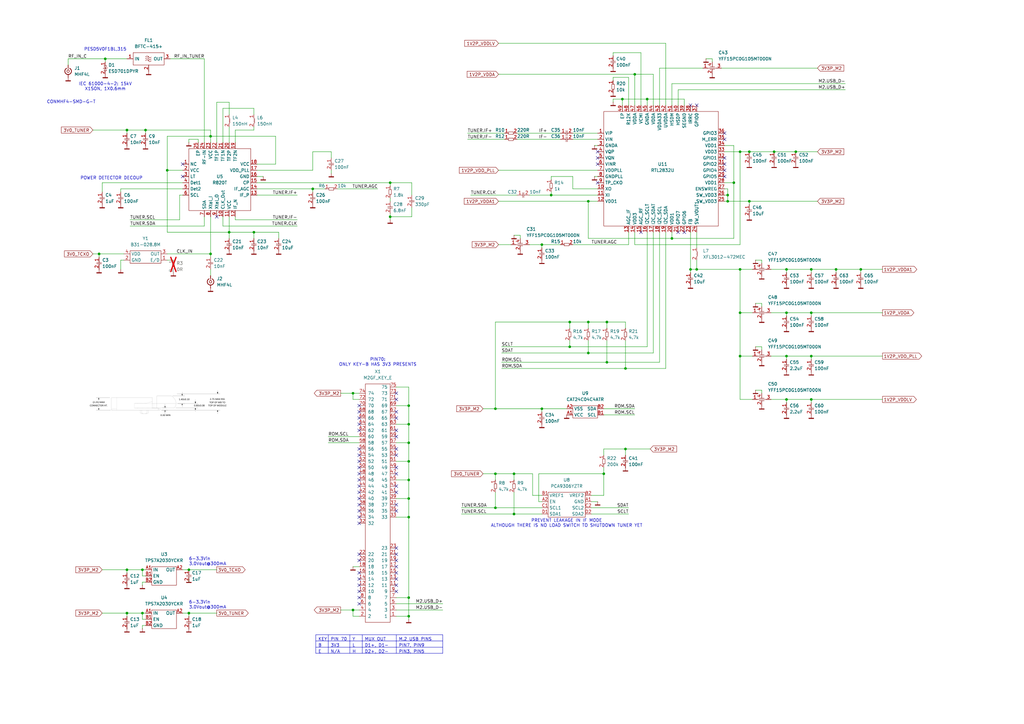
<source format=kicad_sch>
(kicad_sch (version 20250114) (generator "eeschema") (generator_version "9.0")
  (paper "A3")
  (text "6-3.3Vin\n3.0Vout@300mA" (at 77.47 246.38 0) (effects (font (size 1.27 1.27)) (justify left top)))
  (text "PREVENT LEAKAGE IN IF MODE\nALTHOUGH THERE IS NO LOAD SWITCH TO SHUTDOWN TUNER YET" (at 232.41 214.63 0) (effects (font (size 1.27 1.27))))
  (text "6-3.3Vin\n3.0Vout@300mA" (at 77.47 228.6 0) (effects (font (size 1.27 1.27)) (justify left top)))
  (text "IEC 61000-4-2: 15kV\nX1SON, 1X0.6mm" (at 43.18 35.56 0) (effects (font (size 1.27 1.27))))
  (text "PESD5V0F1BL,315" (at 43.18 20.32 0) (effects (font (size 1.27 1.27))))
  (text "PIN70:\nONLY KEY-B HAS 3V3 PRESENTS" (at 154.94 148.59 0) (effects (font (size 1.27 1.27))))
  (text "POWER DETECTOR DECOUP" (at 45.72 72.39 0) (effects (font (size 1.27 1.27)) (justify top)))
  (text "CONMHF4-SMD-G-T\n" (at 29.21 41.91 0) (effects (font (size 1.27 1.27))))
  (junction (at 160.02 74.93))
  (junction (at 241.3 144.78))
  (junction (at 210.82 210.82))
  (junction (at 248.92 148.59))
  (junction (at 300.99 74.93))
  (junction (at 167.64 204.47))
  (junction (at 203.2 208.28))
  (junction (at 93.98 95.25))
  (junction (at 52.07 233.68))
  (junction (at 322.58 163.83))
  (junction (at 68.58 69.85))
  (junction (at 332.74 163.83))
  (junction (at 167.64 173.99))
  (junction (at 248.92 132.08))
  (junction (at 167.64 166.37))
  (junction (at 233.68 142.24))
  (junction (at 222.25 167.64))
  (junction (at 322.58 128.27))
  (junction (at 322.58 110.49))
  (junction (at 203.2 194.31))
  (junction (at 222.25 100.33))
  (junction (at 241.3 132.08))
  (junction (at 303.53 110.49))
  (junction (at 52.07 251.46))
  (junction (at 226.06 80.01))
  (junction (at 144.78 250.19))
  (junction (at 52.07 53.34))
  (junction (at 233.68 132.08))
  (junction (at 210.82 194.31))
  (junction (at 167.64 181.61))
  (junction (at 160.02 88.9))
  (junction (at 298.45 80.01))
  (junction (at 167.64 196.85))
  (junction (at 77.47 251.46))
  (junction (at 43.18 24.13))
  (junction (at 77.47 233.68))
  (junction (at 86.36 104.14))
  (junction (at 40.64 104.14))
  (junction (at 332.74 146.05))
  (junction (at 298.45 82.55))
  (junction (at 247.65 194.31))
  (junction (at 58.42 233.68))
  (junction (at 86.36 55.88))
  (junction (at 167.64 189.23))
  (junction (at 332.74 128.27))
  (junction (at 203.2 167.64))
  (junction (at 167.64 245.11))
  (junction (at 303.53 128.27))
  (junction (at 332.74 110.49))
  (junction (at 285.75 110.49))
  (junction (at 104.14 95.25))
  (junction (at 167.64 252.73))
  (junction (at 342.9 110.49))
  (junction (at 307.34 82.55))
  (junction (at 322.58 146.05))
  (junction (at 256.54 184.15))
  (junction (at 283.21 110.49))
  (junction (at 167.64 212.09))
  (junction (at 260.35 30.48))
  (junction (at 265.43 40.64))
  (junction (at 128.27 77.47))
  (junction (at 59.69 53.34))
  (junction (at 58.42 251.46))
  (junction (at 255.27 40.64))
  (junction (at 275.59 97.79))
  (junction (at 303.53 146.05))
  (junction (at 307.34 62.23))
  (junction (at 317.5 62.23))
  (junction (at 353.06 110.49))
  (junction (at 256.54 151.13))
  (junction (at 303.53 62.23))
  (junction (at 326.39 62.23))
  (junction (at 144.78 161.29))
  (junction (at 241.3 82.55))
  (no_connect (at 162.56 163.83))
  (no_connect (at 245.11 64.77))
  (no_connect (at 162.56 161.29))
  (no_connect (at 147.32 186.69))
  (no_connect (at 147.32 199.39))
  (no_connect (at 285.75 43.18))
  (no_connect (at 162.56 227.33))
  (no_connect (at 88.9 88.9))
  (no_connect (at 147.32 234.95))
  (no_connect (at 162.56 168.91))
  (no_connect (at 297.18 69.85))
  (no_connect (at 147.32 229.87))
  (no_connect (at 147.32 237.49))
  (no_connect (at 280.67 95.25))
  (no_connect (at 162.56 199.39))
  (no_connect (at 162.56 229.87))
  (no_connect (at 162.56 184.15))
  (no_connect (at 162.56 207.01))
  (no_connect (at 74.93 67.31))
  (no_connect (at 147.32 196.85))
  (no_connect (at 147.32 171.45))
  (no_connect (at 74.93 72.39))
  (no_connect (at 283.21 43.18))
  (no_connect (at 162.56 171.45))
  (no_connect (at 147.32 212.09))
  (no_connect (at 162.56 186.69))
  (no_connect (at 162.56 176.53))
  (no_connect (at 162.56 209.55))
  (no_connect (at 245.11 74.93))
  (no_connect (at 162.56 234.95))
  (no_connect (at 162.56 240.03))
  (no_connect (at 147.32 168.91))
  (no_connect (at 162.56 224.79))
  (no_connect (at 147.32 184.15))
  (no_connect (at 162.56 191.77))
  (no_connect (at 147.32 189.23))
  (no_connect (at 297.18 67.31))
  (no_connect (at 262.89 95.25))
  (no_connect (at 147.32 242.57))
  (no_connect (at 162.56 201.93))
  (no_connect (at 162.56 242.57))
  (no_connect (at 147.32 209.55))
  (no_connect (at 147.32 166.37))
  (no_connect (at 297.18 72.39))
  (no_connect (at 147.32 173.99))
  (no_connect (at 297.18 57.15))
  (no_connect (at 147.32 214.63))
  (no_connect (at 278.13 95.25))
  (no_connect (at 162.56 194.31))
  (no_connect (at 245.11 67.31))
  (no_connect (at 147.32 245.11))
  (no_connect (at 147.32 176.53))
  (no_connect (at 147.32 201.93))
  (no_connect (at 147.32 227.33))
  (no_connect (at 147.32 204.47))
  (no_connect (at 297.18 54.61))
  (no_connect (at 147.32 207.01))
  (no_connect (at 162.56 179.07))
  (no_connect (at 147.32 240.03))
  (no_connect (at 162.56 232.41))
  (no_connect (at 147.32 247.65))
  (no_connect (at 245.11 62.23))
  (no_connect (at 162.56 237.49))
  (no_connect (at 147.32 191.77))
  (no_connect (at 297.18 64.77))
  (no_connect (at 147.32 194.31))
  (wire (pts (xy 144.78 250.19) (xy 147.32 250.19)))
  (wire (pts (xy 233.68 139.7) (xy 233.68 142.24)))
  (wire (pts (xy 144.78 161.29) (xy 144.78 163.83)))
  (wire (pts (xy 193.04 80.01) (xy 212.09 80.01)))
  (wire (pts (xy 58.42 240.03) (xy 58.42 238.76)))
  (wire (pts (xy 212.09 54.61) (xy 229.87 54.61)))
  (wire (pts (xy 59.69 236.22) (xy 58.42 236.22)))
  (wire (pts (xy 288.29 27.94) (xy 270.51 27.94)))
  (wire (pts (xy 58.42 254) (xy 58.42 251.46)))
  (wire (pts (xy 255.27 40.64) (xy 255.27 43.18)))
  (wire (pts (xy 52.07 252.73) (xy 52.07 251.46)))
  (wire (pts (xy 280.67 40.64) (xy 265.43 40.64)))
  (wire (pts (xy 267.97 30.48) (xy 260.35 30.48)))
  (wire (pts (xy 262.89 43.18) (xy 262.89 21.59)))
  (wire (pts (xy 128.27 62.23) (xy 135.89 62.23)))
  (wire (pts (xy 332.74 111.76) (xy 332.74 110.49)))
  (wire (pts (xy 300.99 59.69) (xy 300.99 74.93)))
  (wire (pts (xy 139.7 250.19) (xy 144.78 250.19)))
  (wire (pts (xy 162.56 181.61) (xy 167.64 181.61)))
  (wire (pts (xy 220.98 205.74) (xy 220.98 194.31)))
  (wire (pts (xy 162.56 245.11) (xy 167.64 245.11)))
  (wire (pts (xy 322.58 128.27) (xy 332.74 128.27)))
  (wire (pts (xy 104.14 95.25) (xy 114.3 95.25)))
  (wire (pts (xy 191.77 57.15) (xy 207.01 57.15)))
  (wire (pts (xy 295.91 27.94) (xy 335.28 27.94)))
  (wire (pts (xy 162.56 204.47) (xy 167.64 204.47)))
  (wire (pts (xy 332.74 128.27) (xy 361.95 128.27)))
  (wire (pts (xy 326.39 62.23) (xy 335.28 62.23)))
  (wire (pts (xy 77.47 252.73) (xy 77.47 251.46)))
  (wire (pts (xy 168.91 74.93) (xy 160.02 74.93)))
  (wire (pts (xy 248.92 134.62) (xy 248.92 132.08)))
  (wire (pts (xy 316.23 128.27) (xy 322.58 128.27)))
  (wire (pts (xy 317.5 62.23) (xy 326.39 62.23)))
  (wire (pts (xy 71.12 106.68) (xy 68.58 106.68)))
  (wire (pts (xy 41.91 74.93) (xy 41.91 78.74)))
  (wire (pts (xy 58.42 256.54) (xy 59.69 256.54)))
  (wire (pts (xy 283.21 95.25) (xy 283.21 110.49)))
  (wire (pts (xy 285.75 110.49) (xy 285.75 106.68)))
  (wire (pts (xy 160.02 76.2) (xy 160.02 74.93)))
  (wire (pts (xy 128.27 69.85) (xy 128.27 62.23)))
  (wire (pts (xy 205.74 142.24) (xy 233.68 142.24)))
  (wire (pts (xy 96.52 58.42) (xy 96.52 53.34)))
  (wire (pts (xy 189.23 208.28) (xy 203.2 208.28)))
  (wire (pts (xy 203.2 194.31) (xy 203.2 196.85)))
  (wire (pts (xy 204.47 17.78) (xy 273.05 17.78)))
  (wire (pts (xy 222.25 203.2) (xy 218.44 203.2)))
  (wire (pts (xy 41.91 251.46) (xy 52.07 251.46)))
  (wire (pts (xy 260.35 100.33) (xy 303.53 100.33)))
  (wire (pts (xy 242.57 203.2) (xy 247.65 203.2)))
  (wire (pts (xy 332.74 165.1) (xy 332.74 163.83)))
  (wire (pts (xy 217.17 80.01) (xy 226.06 80.01)))
  (wire (pts (xy 49.53 77.47) (xy 74.93 77.47)))
  (wire (pts (xy 312.42 106.68) (xy 312.42 107.95)))
  (wire (pts (xy 93.98 52.07) (xy 93.98 58.42)))
  (wire (pts (xy 167.64 204.47) (xy 167.64 212.09)))
  (wire (pts (xy 43.18 24.13) (xy 52.07 24.13)))
  (wire (pts (xy 86.36 55.88) (xy 113.03 55.88)))
  (wire (pts (xy 242.57 205.74) (xy 245.11 205.74)))
  (wire (pts (xy 167.64 252.73) (xy 162.56 252.73)))
  (wire (pts (xy 257.81 210.82) (xy 242.57 210.82)))
  (wire (pts (xy 203.2 167.64) (xy 222.25 167.64)))
  (wire (pts (xy 105.41 77.47) (xy 128.27 77.47)))
  (wire (pts (xy 198.12 167.64) (xy 203.2 167.64)))
  (wire (pts (xy 167.64 245.11) (xy 167.64 252.73)))
  (wire (pts (xy 307.34 82.55) (xy 307.34 83.82)))
  (wire (pts (xy 275.59 43.18) (xy 275.59 34.29)))
  (wire (pts (xy 322.58 165.1) (xy 322.58 163.83)))
  (wire (pts (xy 234.95 72.39) (xy 234.95 77.47)))
  (wire (pts (xy 241.3 144.78) (xy 267.97 144.78)))
  (wire (pts (xy 332.74 110.49) (xy 342.9 110.49)))
  (wire (pts (xy 307.34 62.23) (xy 317.5 62.23)))
  (wire (pts (xy 247.65 203.2) (xy 247.65 194.31)))
  (wire (pts (xy 168.91 88.9) (xy 160.02 88.9)))
  (wire (pts (xy 322.58 163.83) (xy 316.23 163.83)))
  (wire (pts (xy 280.67 43.18) (xy 280.67 40.64)))
  (wire (pts (xy 167.64 173.99) (xy 167.64 181.61)))
  (wire (pts (xy 83.82 92.71) (xy 83.82 88.9)))
  (wire (pts (xy 104.14 53.34) (xy 104.14 52.07)))
  (wire (pts (xy 168.91 85.09) (xy 168.91 88.9)))
  (wire (pts (xy 168.91 80.01) (xy 168.91 74.93)))
  (wire (pts (xy 93.98 41.91) (xy 93.98 46.99)))
  (wire (pts (xy 91.44 92.71) (xy 121.92 92.71)))
  (wire (pts (xy 96.52 90.17) (xy 121.92 90.17)))
  (wire (pts (xy 58.42 251.46) (xy 59.69 251.46)))
  (wire (pts (xy 265.43 40.64) (xy 255.27 40.64)))
  (wire (pts (xy 205.74 151.13) (xy 256.54 151.13)))
  (wire (pts (xy 270.51 43.18) (xy 270.51 27.94)))
  (wire (pts (xy 226.06 72.39) (xy 226.06 73.66)))
  (wire (pts (xy 41.91 233.68) (xy 52.07 233.68)))
  (wire (pts (xy 222.25 100.33) (xy 229.87 100.33)))
  (wire (pts (xy 105.41 72.39) (xy 107.95 72.39)))
  (wire (pts (xy 205.74 148.59) (xy 248.92 148.59)))
  (wire (pts (xy 218.44 203.2) (xy 218.44 194.31)))
  (wire (pts (xy 256.54 151.13) (xy 273.05 151.13)))
  (wire (pts (xy 160.02 90.17) (xy 160.02 88.9)))
  (wire (pts (xy 262.89 21.59) (xy 251.46 21.59)))
  (wire (pts (xy 53.34 92.71) (xy 83.82 92.71)))
  (wire (pts (xy 204.47 30.48) (xy 260.35 30.48)))
  (wire (pts (xy 222.25 101.6) (xy 222.25 100.33)))
  (wire (pts (xy 74.93 251.46) (xy 77.47 251.46)))
  (wire (pts (xy 332.74 147.32) (xy 332.74 146.05)))
  (wire (pts (xy 40.64 104.14) (xy 50.8 104.14)))
  (wire (pts (xy 52.07 53.34) (xy 59.69 53.34)))
  (wire (pts (xy 162.56 196.85) (xy 167.64 196.85)))
  (wire (pts (xy 68.58 95.25) (xy 68.58 69.85)))
  (wire (pts (xy 205.74 144.78) (xy 241.3 144.78)))
  (wire (pts (xy 53.34 90.17) (xy 73.66 90.17)))
  (wire (pts (xy 81.28 57.15) (xy 81.28 58.42)))
  (wire (pts (xy 162.56 189.23) (xy 167.64 189.23)))
  (wire (pts (xy 300.99 97.79) (xy 300.99 74.93)))
  (wire (pts (xy 241.3 139.7) (xy 241.3 144.78)))
  (wire (pts (xy 308.61 163.83) (xy 303.53 163.83)))
  (wire (pts (xy 88.9 41.91) (xy 93.98 41.91)))
  (wire (pts (xy 247.65 184.15) (xy 256.54 184.15)))
  (wire (pts (xy 298.45 77.47) (xy 298.45 80.01)))
  (wire (pts (xy 222.25 205.74) (xy 220.98 205.74)))
  (wire (pts (xy 135.89 69.85) (xy 135.89 71.12)))
  (wire (pts (xy 275.59 97.79) (xy 300.99 97.79)))
  (wire (pts (xy 303.53 163.83) (xy 303.53 146.05)))
  (wire (pts (xy 303.53 110.49) (xy 308.61 110.49)))
  (wire (pts (xy 134.62 179.07) (xy 147.32 179.07)))
  (wire (pts (xy 234.95 57.15) (xy 245.11 57.15)))
  (wire (pts (xy 241.3 97.79) (xy 241.3 82.55)))
  (wire (pts (xy 273.05 95.25) (xy 273.05 151.13)))
  (wire (pts (xy 73.66 80.01) (xy 73.66 90.17)))
  (wire (pts (xy 307.34 82.55) (xy 335.28 82.55)))
  (wire (pts (xy 167.64 196.85) (xy 167.64 204.47)))
  (wire (pts (xy 312.42 142.24) (xy 312.42 143.51)))
  (wire (pts (xy 265.43 95.25) (xy 265.43 142.24)))
  (wire (pts (xy 285.75 101.6) (xy 285.75 95.25)))
  (wire (pts (xy 241.3 132.08) (xy 248.92 132.08)))
  (wire (pts (xy 248.92 148.59) (xy 270.51 148.59)))
  (wire (pts (xy 203.2 201.93) (xy 203.2 208.28)))
  (wire (pts (xy 59.69 53.34) (xy 86.36 53.34)))
  (wire (pts (xy 105.41 67.31) (xy 113.03 67.31)))
  (wire (pts (xy 204.47 100.33) (xy 209.55 100.33)))
  (wire (pts (xy 298.45 80.01) (xy 298.45 82.55)))
  (wire (pts (xy 144.78 232.41) (xy 147.32 232.41)))
  (wire (pts (xy 256.54 139.7) (xy 256.54 151.13)))
  (wire (pts (xy 91.44 44.45) (xy 91.44 58.42)))
  (wire (pts (xy 342.9 111.76) (xy 342.9 110.49)))
  (wire (pts (xy 139.7 161.29) (xy 144.78 161.29)))
  (wire (pts (xy 243.84 59.69) (xy 245.11 59.69)))
  (wire (pts (xy 91.44 88.9) (xy 91.44 92.71)))
  (wire (pts (xy 134.62 181.61) (xy 147.32 181.61)))
  (wire (pts (xy 247.65 170.18) (xy 260.35 170.18)))
  (wire (pts (xy 283.21 111.76) (xy 283.21 110.49)))
  (wire (pts (xy 242.57 208.28) (xy 257.81 208.28)))
  (wire (pts (xy 275.59 97.79) (xy 241.3 97.79)))
  (wire (pts (xy 27.94 24.13) (xy 43.18 24.13)))
  (wire (pts (xy 257.81 31.75) (xy 257.81 43.18)))
  (wire (pts (xy 322.58 147.32) (xy 322.58 146.05)))
  (wire (pts (xy 114.3 95.25) (xy 114.3 97.79)))
  (wire (pts (xy 222.25 168.91) (xy 222.25 167.64)))
  (wire (pts (xy 332.74 146.05) (xy 361.95 146.05)))
  (wire (pts (xy 285.75 110.49) (xy 303.53 110.49)))
  (wire (pts (xy 267.97 43.18) (xy 267.97 30.48)))
  (wire (pts (xy 104.14 44.45) (xy 104.14 46.99)))
  (wire (pts (xy 154.94 77.47) (xy 138.43 77.47)))
  (wire (pts (xy 303.53 100.33) (xy 303.53 62.23)))
  (wire (pts (xy 332.74 129.54) (xy 332.74 128.27)))
  (wire (pts (xy 220.98 194.31) (xy 247.65 194.31)))
  (wire (pts (xy 40.64 105.41) (xy 40.64 104.14)))
  (wire (pts (xy 73.66 80.01) (xy 74.93 80.01)))
  (wire (pts (xy 93.98 95.25) (xy 93.98 97.79)))
  (wire (pts (xy 270.51 95.25) (xy 270.51 148.59)))
  (wire (pts (xy 162.56 166.37) (xy 167.64 166.37)))
  (wire (pts (xy 241.3 82.55) (xy 245.11 82.55)))
  (wire (pts (xy 210.82 210.82) (xy 222.25 210.82)))
  (wire (pts (xy 322.58 111.76) (xy 322.58 110.49)))
  (wire (pts (xy 167.64 212.09) (xy 167.64 245.11)))
  (wire (pts (xy 312.42 124.46) (xy 312.42 125.73)))
  (wire (pts (xy 167.64 189.23) (xy 167.64 196.85)))
  (wire (pts (xy 247.65 191.77) (xy 247.65 194.31)))
  (wire (pts (xy 162.56 212.09) (xy 167.64 212.09)))
  (wire (pts (xy 162.56 250.19) (xy 181.61 250.19)))
  (wire (pts (xy 86.36 55.88) (xy 68.58 55.88)))
  (wire (pts (xy 160.02 82.55) (xy 160.02 81.28)))
  (wire (pts (xy 86.36 104.14) (xy 86.36 105.41)))
  (wire (pts (xy 309.88 142.24) (xy 312.42 142.24)))
  (wire (pts (xy 278.13 36.83) (xy 278.13 43.18)))
  (wire (pts (xy 86.36 110.49) (xy 86.36 113.03)))
  (wire (pts (xy 251.46 33.02) (xy 251.46 31.75)))
  (wire (pts (xy 297.18 74.93) (xy 300.99 74.93)))
  (wire (pts (xy 27.94 24.13) (xy 27.94 26.67)))
  (wire (pts (xy 167.64 166.37) (xy 167.64 173.99)))
  (wire (pts (xy 226.06 72.39) (xy 234.95 72.39)))
  (wire (pts (xy 251.46 22.86) (xy 251.46 21.59)))
  (wire (pts (xy 38.1 104.14) (xy 40.64 104.14)))
  (wire (pts (xy 251.46 40.64) (xy 251.46 41.91)))
  (wire (pts (xy 191.77 54.61) (xy 207.01 54.61)))
  (wire (pts (xy 93.98 95.25) (xy 68.58 95.25)))
  (wire (pts (xy 77.47 57.15) (xy 77.47 58.42)))
  (wire (pts (xy 105.41 80.01) (xy 121.92 80.01)))
  (wire (pts (xy 273.05 17.78) (xy 273.05 43.18)))
  (wire (pts (xy 353.06 110.49) (xy 361.95 110.49)))
  (wire (pts (xy 256.54 134.62) (xy 256.54 132.08)))
  (wire (pts (xy 68.58 69.85) (xy 74.93 69.85)))
  (wire (pts (xy 93.98 88.9) (xy 93.98 95.25)))
  (wire (pts (xy 105.41 74.93) (xy 160.02 74.93)))
  (wire (pts (xy 297.18 62.23) (xy 303.53 62.23)))
  (wire (pts (xy 77.47 57.15) (xy 81.28 57.15)))
  (wire (pts (xy 167.64 158.75) (xy 162.56 158.75)))
  (wire (pts (xy 104.14 44.45) (xy 91.44 44.45)))
  (wire (pts (xy 342.9 110.49) (xy 353.06 110.49)))
  (wire (pts (xy 234.95 77.47) (xy 245.11 77.47)))
  (wire (pts (xy 298.45 82.55) (xy 297.18 82.55)))
  (wire (pts (xy 309.88 160.02) (xy 312.42 160.02)))
  (wire (pts (xy 251.46 31.75) (xy 257.81 31.75)))
  (wire (pts (xy 283.21 110.49) (xy 285.75 110.49)))
  (wire (pts (xy 353.06 111.76) (xy 353.06 110.49)))
  (wire (pts (xy 203.2 194.31) (xy 210.82 194.31)))
  (wire (pts (xy 105.41 69.85) (xy 128.27 69.85)))
  (wire (pts (xy 309.88 124.46) (xy 312.42 124.46)))
  (wire (pts (xy 93.98 95.25) (xy 104.14 95.25)))
  (wire (pts (xy 167.64 158.75) (xy 167.64 166.37)))
  (wire (pts (xy 203.2 208.28) (xy 222.25 208.28)))
  (wire (pts (xy 144.78 161.29) (xy 147.32 161.29)))
  (wire (pts (xy 303.53 128.27) (xy 308.61 128.27)))
  (wire (pts (xy 77.47 237.49) (xy 77.47 238.76)))
  (wire (pts (xy 58.42 233.68) (xy 59.69 233.68)))
  (wire (pts (xy 241.3 134.62) (xy 241.3 132.08)))
  (wire (pts (xy 86.36 53.34) (xy 86.36 55.88)))
  (wire (pts (xy 316.23 110.49) (xy 322.58 110.49)))
  (wire (pts (xy 43.18 24.13) (xy 43.18 25.4)))
  (wire (pts (xy 52.07 251.46) (xy 58.42 251.46)))
  (wire (pts (xy 322.58 146.05) (xy 332.74 146.05)))
  (wire (pts (xy 167.64 254) (xy 167.64 252.73)))
  (wire (pts (xy 297.18 77.47) (xy 298.45 77.47)))
  (wire (pts (xy 248.92 139.7) (xy 248.92 148.59)))
  (wire (pts (xy 257.81 95.25) (xy 257.81 100.33)))
  (wire (pts (xy 88.9 58.42) (xy 88.9 41.91)))
  (wire (pts (xy 86.36 58.42) (xy 86.36 55.88)))
  (wire (pts (xy 256.54 184.15) (xy 256.54 186.69)))
  (wire (pts (xy 218.44 194.31) (xy 210.82 194.31)))
  (wire (pts (xy 256.54 132.08) (xy 248.92 132.08)))
  (wire (pts (xy 52.07 234.95) (xy 52.07 233.68)))
  (wire (pts (xy 260.35 30.48) (xy 260.35 43.18)))
  (wire (pts (xy 83.82 24.13) (xy 83.82 58.42)))
  (wire (pts (xy 58.42 236.22) (xy 58.42 233.68)))
  (wire (pts (xy 292.1 24.13) (xy 292.1 25.4)))
  (wire (pts (xy 241.3 132.08) (xy 233.68 132.08)))
  (wire (pts (xy 233.68 132.08) (xy 233.68 134.62)))
  (wire (pts (xy 162.56 173.99) (xy 167.64 173.99)))
  (wire (pts (xy 59.69 53.34) (xy 59.69 54.61)))
  (wire (pts (xy 204.47 82.55) (xy 241.3 82.55)))
  (wire (pts (xy 52.07 233.68) (xy 58.42 233.68)))
  (wire (pts (xy 49.53 78.74) (xy 49.53 77.47)))
  (wire (pts (xy 144.78 163.83) (xy 147.32 163.83)))
  (wire (pts (xy 52.07 54.61) (xy 52.07 53.34)))
  (wire (pts (xy 203.2 132.08) (xy 203.2 167.64)))
  (wire (pts (xy 303.53 62.23) (xy 307.34 62.23)))
  (wire (pts (xy 77.47 233.68) (xy 88.9 233.68)))
  (wire (pts (xy 210.82 194.31) (xy 210.82 196.85)))
  (wire (pts (xy 58.42 257.81) (xy 58.42 256.54)))
  (wire (pts (xy 74.93 233.68) (xy 77.47 233.68)))
  (wire (pts (xy 144.78 252.73) (xy 147.32 252.73)))
  (wire (pts (xy 297.18 80.01) (xy 298.45 80.01)))
  (wire (pts (xy 346.71 36.83) (xy 278.13 36.83)))
  (wire (pts (xy 59.69 254) (xy 58.42 254)))
  (wire (pts (xy 312.42 160.02) (xy 312.42 161.29)))
  (wire (pts (xy 198.12 194.31) (xy 203.2 194.31)))
  (wire (pts (xy 303.53 146.05) (xy 308.61 146.05)))
  (wire (pts (xy 260.35 95.25) (xy 260.35 100.33)))
  (wire (pts (xy 212.09 57.15) (xy 229.87 57.15)))
  (wire (pts (xy 162.56 247.65) (xy 181.61 247.65)))
  (wire (pts (xy 135.89 62.23) (xy 135.89 64.77)))
  (wire (pts (xy 49.53 110.49) (xy 49.53 106.68)))
  (wire (pts (xy 217.17 100.33) (xy 222.25 100.33)))
  (wire (pts (xy 256.54 184.15) (xy 266.7 184.15)))
  (wire (pts (xy 160.02 87.63) (xy 160.02 88.9)))
  (wire (pts (xy 58.42 238.76) (xy 59.69 238.76)))
  (wire (pts (xy 86.36 104.14) (xy 86.36 88.9)))
  (wire (pts (xy 49.53 106.68) (xy 50.8 106.68)))
  (wire (pts (xy 332.74 163.83) (xy 361.95 163.83)))
  (wire (pts (xy 204.47 69.85) (xy 245.11 69.85)))
  (wire (pts (xy 210.82 96.52) (xy 213.36 96.52)))
  (wire (pts (xy 309.88 106.68) (xy 312.42 106.68)))
  (wire (pts (xy 41.91 74.93) (xy 74.93 74.93)))
  (wire (pts (xy 68.58 55.88) (xy 68.58 69.85)))
  (wire (pts (xy 104.14 97.79) (xy 104.14 95.25)))
  (wire (pts (xy 77.47 251.46) (xy 88.9 251.46)))
  (wire (pts (xy 322.58 163.83) (xy 332.74 163.83)))
  (wire (pts (xy 144.78 250.19) (xy 144.78 252.73)))
  (wire (pts (xy 189.23 210.82) (xy 210.82 210.82)))
  (wire (pts (xy 69.85 24.13) (xy 83.82 24.13)))
  (wire (pts (xy 128.27 77.47) (xy 133.35 77.47)))
  (wire (pts (xy 322.58 146.05) (xy 316.23 146.05)))
  (wire (pts (xy 167.64 181.61) (xy 167.64 189.23)))
  (wire (pts (xy 96.52 53.34) (xy 104.14 53.34)))
  (wire (pts (xy 267.97 95.25) (xy 267.97 144.78)))
  (wire (pts (xy 210.82 201.93) (xy 210.82 210.82)))
  (wire (pts (xy 234.95 100.33) (xy 257.81 100.33)))
  (wire (pts (xy 265.43 43.18) (xy 265.43 40.64)))
  (wire (pts (xy 68.58 104.14) (xy 86.36 104.14)))
  (wire (pts (xy 203.2 132.08) (xy 233.68 132.08)))
  (wire (pts (xy 289.56 24.13) (xy 292.1 24.13)))
  (wire (pts (xy 251.46 40.64) (xy 255.27 40.64)))
  (wire (pts (xy 322.58 129.54) (xy 322.58 128.27)))
  (wire (pts (xy 128.27 77.47) (xy 128.27 78.74)))
  (wire (pts (xy 297.18 59.69) (xy 300.99 59.69)))
  (wire (pts (xy 275.59 95.25) (xy 275.59 97.79)))
  (wire (pts (xy 226.06 78.74) (xy 226.06 80.01)))
  (wire (pts (xy 233.68 142.24) (xy 265.43 142.24)))
  (wire (pts (xy 303.53 128.27) (xy 303.53 146.05)))
  (wire (pts (xy 307.34 82.55) (xy 298.45 82.55)))
  (wire (pts (xy 247.65 184.15) (xy 247.65 186.69)))
  (wire (pts (xy 213.36 96.52) (xy 213.36 97.79)))
  (wire (pts (xy 226.06 80.01) (xy 245.11 80.01)))
  (wire (pts (xy 322.58 110.49) (xy 332.74 110.49)))
  (wire (pts (xy 247.65 167.64) (xy 260.35 167.64)))
  (wire (pts (xy 303.53 110.49) (xy 303.53 128.27)))
  (wire (pts (xy 38.1 53.34) (xy 52.07 53.34)))
  (wire (pts (xy 113.03 55.88) (xy 113.03 67.31)))
  (wire (pts (xy 234.95 54.61) (xy 245.11 54.61)))
  (wire (pts (xy 243.84 72.39) (xy 245.11 72.39)))
  (wire (pts (xy 96.52 90.17) (xy 96.52 88.9)))
  (wire (pts (xy 222.25 167.64) (xy 232.41 167.64)))
  (wire (pts (xy 275.59 34.29) (xy 346.71 34.29)))
  (image (at 66.04 163.83) (scale 0.293513))
  (table (column_count 5) (border (external yes) (header yes)) (separators (rows yes) (cols yes)) (column_widths 5.08 8.89 5.08 13.97 19.05) (row_heights 2.54 2.54 2.54) (cells (table_cell "KEY" (at 129.54 260.35 0) (size 5.08 2.54) (margins 0.9525 0.9525 0.9525 0.9525) (span 1 1)) (table_cell "PIN 70" (at 134.62 260.35 0) (size 8.89 2.54) (margins 0.9525 0.9525 0.9525 0.9525) (span 1 1)) (table_cell "Y" (at 143.51 260.35 0) (size 5.08 2.54) (margins 0.9525 0.9525 0.9525 0.9525) (span 1 1)) (table_cell "MUX OUT" (at 148.59 260.35 0) (size 13.97 2.54) (margins 0.9525 0.9525 0.9525 0.9525) (span 1 1)) (table_cell "M.2 USB PINS" (at 162.56 260.35 0) (size 19.05 2.54) (margins 0.9525 0.9525 0.9525 0.9525) (span 1 1)) (table_cell "B" (at 129.54 262.89 0) (size 5.08 2.54) (margins 0.9525 0.9525 0.9525 0.9525) (span 1 1)) (table_cell "3V3" (at 134.62 262.89 0) (size 8.89 2.54) (margins 0.9525 0.9525 0.9525 0.9525) (span 1 1)) (table_cell "L" (at 143.51 262.89 0) (size 5.08 2.54) (margins 0.9525 0.9525 0.9525 0.9525) (span 1 1)) (table_cell "D1+, D1-" (at 148.59 262.89 0) (size 13.97 2.54) (margins 0.9525 0.9525 0.9525 0.9525) (span 1 1)) (table_cell "PIN7, PIN9" (at 162.56 262.89 0) (size 19.05 2.54) (margins 0.9525 0.9525 0.9525 0.9525) (span 1 1)) (table_cell "E" (at 129.54 265.43 0) (size 5.08 2.54) (margins 0.9525 0.9525 0.9525 0.9525) (span 1 1)) (table_cell "N/A" (at 134.62 265.43 0) (size 8.89 2.54) (margins 0.9525 0.9525 0.9525 0.9525) (span 1 1)) (table_cell "H" (at 143.51 265.43 0) (size 5.08 2.54) (margins 0.9525 0.9525 0.9525 0.9525) (span 1 1)) (table_cell "D2+, D2-" (at 148.59 265.43 0) (size 13.97 2.54) (margins 0.9525 0.9525 0.9525 0.9525) (span 1 1)) (table_cell "PIN3, PIN5" (at 162.56 265.43 0) (size 19.05 2.54) (margins 0.9525 0.9525 0.9525 0.9525) (span 1 1))))
  (label "IF+" (at 220.98 54.61 0))
  (label "TUNER.AGC" (at 242.57 100.33 0))
  (label "TUNER.SDA" (at 189.23 208.28 0))
  (label "TUNER.IF-" (at 191.77 57.15 0))
  (label "ROM.SDA" (at 260.35 167.64 180))
  (label "M2.USB_D-" (at 181.61 250.19 180))
  (label "ROM.SCL" (at 260.35 170.18 180))
  (label "TUNER.SCL" (at 189.23 210.82 0))
  (label "ROM.SCL" (at 205.74 148.59 0))
  (label "SDAT" (at 257.81 208.28 180))
  (label "IF-" (at 220.98 57.15 0))
  (label "SDAT" (at 205.74 144.78 0))
  (label "TUNER.SDA" (at 53.34 92.71 0))
  (label "RF_IN_TUNER" (at 83.82 24.13 180))
  (label "M2.USB_D-" (at 346.71 34.29 180))
  (label "ROM.SDA" (at 205.74 151.13 0))
  (label "M2.USB_D+" (at 181.61 247.65 180))
  (label "M2.USB_D+" (at 346.71 36.83 180))
  (label "TUNER.CLK" (at 193.04 80.01 0))
  (label "SCLT" (at 205.74 142.24 0))
  (label "TUNER.SCL" (at 53.34 90.17 0))
  (label "TUNER.IF+" (at 191.77 54.61 0))
  (label "ROM.SCL" (at 134.62 179.07 0))
  (label "RF_IN_C" (at 27.94 24.13 0))
  (label "CLK_IN" (at 72.39 104.14 0))
  (label "TUNER.CLK" (at 121.92 92.71 180))
  (label "ROM.SDA" (at 134.62 181.61 0))
  (label "TUNER.AGC" (at 154.94 77.47 180))
  (label "TUNER.IF-" (at 121.92 90.17 180))
  (label "SCLT" (at 257.81 210.82 180))
  (label "TUNER.IF+" (at 121.92 80.01 180))
  (global_label "3V3P_M2" (shape input) (at 335.28 62.23 0) (property "Intersheetrefs" "${INTERSHEET_REFS}" (effects (hide yes))))
  (global_label "1V2P_VDD_PLL" (shape input) (at 204.47 69.85 180) (property "Intersheetrefs" "${INTERSHEET_REFS}" (effects (hide yes))))
  (global_label "1V2P_VDDA" (shape output) (at 361.95 128.27 0) (property "Intersheetrefs" "${INTERSHEET_REFS}" (effects (hide yes))))
  (global_label "1V2P_VDDA" (shape input) (at 204.47 30.48 180) (property "Intersheetrefs" "${INTERSHEET_REFS}" (effects (hide yes))))
  (global_label "3V3P_M2" (shape input) (at 41.91 233.68 180) (property "Intersheetrefs" "${INTERSHEET_REFS}" (effects (hide yes))))
  (global_label "1V2P_VDDLV" (shape output) (at 361.95 163.83 0) (property "Intersheetrefs" "${INTERSHEET_REFS}" (effects (hide yes))))
  (global_label "3V0_TUNER" (shape output) (at 88.9 251.46 0) (property "Intersheetrefs" "${INTERSHEET_REFS}" (effects (hide yes))))
  (global_label "3V3P_M2" (shape output) (at 139.7 161.29 180) (property "Intersheetrefs" "${INTERSHEET_REFS}" (effects (hide yes))))
  (global_label "3V0_TCXO" (shape output) (at 88.9 233.68 0) (property "Intersheetrefs" "${INTERSHEET_REFS}" (effects (hide yes))))
  (global_label "1V2P_VDDA1" (shape input) (at 204.47 82.55 180) (property "Intersheetrefs" "${INTERSHEET_REFS}" (effects (hide yes))))
  (global_label "3V0_TCXO" (shape input) (at 38.1 104.14 180) (property "Intersheetrefs" "${INTERSHEET_REFS}" (effects (hide yes))))
  (global_label "3V0_TUNER" (shape input) (at 38.1 53.34 180) (property "Intersheetrefs" "${INTERSHEET_REFS}" (effects (hide yes))))
  (global_label "3V3P_M2" (shape input) (at 335.28 82.55 0) (property "Intersheetrefs" "${INTERSHEET_REFS}" (effects (hide yes))))
  (global_label "3V3P_M2" (shape input) (at 266.7 184.15 0) (property "Intersheetrefs" "${INTERSHEET_REFS}" (effects (hide yes))))
  (global_label "3V3P_M2" (shape input) (at 204.47 100.33 180) (property "Intersheetrefs" "${INTERSHEET_REFS}" (effects (hide yes))))
  (global_label "3V3P_M2" (shape input) (at 335.28 27.94 0) (property "Intersheetrefs" "${INTERSHEET_REFS}" (effects (hide yes))))
  (global_label "3V3P_M2" (shape input) (at 41.91 251.46 180) (property "Intersheetrefs" "${INTERSHEET_REFS}" (effects (hide yes))))
  (global_label "3V3P_M2" (shape input) (at 198.12 167.64 180) (property "Intersheetrefs" "${INTERSHEET_REFS}" (effects (hide yes))))
  (global_label "1V2P_VDDA1" (shape output) (at 361.95 110.49 0) (property "Intersheetrefs" "${INTERSHEET_REFS}" (effects (hide yes))))
  (global_label "1V2P_VDD_PLL" (shape output) (at 361.95 146.05 0) (property "Intersheetrefs" "${INTERSHEET_REFS}" (effects (hide yes))))
  (global_label "1V2P_VDDLV" (shape input) (at 204.47 17.78 180) (property "Intersheetrefs" "${INTERSHEET_REFS}" (effects (hide yes))))
  (global_label "3V0_TUNER" (shape input) (at 198.12 194.31 180) (property "Intersheetrefs" "${INTERSHEET_REFS}" (effects (hide yes))))
  (global_label "3V3P_M2" (shape output) (at 139.7 250.19 180) (property "Intersheetrefs" "${INTERSHEET_REFS}" (effects (hide yes))))
  (symbol (lib_id "_Library:GND") (at 107.95 72.39 0) (unit 1)
    (property "Reference" "#PWR032" (effects (hide yes)))
    (property "Value" "GND" (effects (hide yes)))
  )
  (symbol (lib_id "_Library:GND") (at 77.47 257.81 0) (unit 1)
    (property "Reference" "#PWR026" (effects (hide yes)))
    (property "Value" "GND" (effects (hide yes)))
  )
  (symbol (lib_id "_Library:C_MLCC") (at 114.3 100.33 0) (unit 1)
    (property "Reference" "C24" (at 115.57 99.06 0) (effects (justify left)))
    (property "Value" "10uF" (at 115.57 101.6 0) (effects (justify left)))
    (property "Footprint" "_Library:C_0402" (effects (hide yes)))
  )
  (symbol (lib_id "_Library:MHF4L") (at 86.36 115.57 0) (unit 1)
    (property "Reference" "J2" (at 88.9 114.3 0) (effects (justify left)))
    (property "Value" "MHF4L" (at 88.9 116.84 0) (effects (justify left)))
    (property "Footprint" "_Library:MHF4L" (effects (hide yes)))
  )
  (symbol (lib_id "_Library:MHF4L") (at 27.94 29.21 0) (unit 1)
    (property "Reference" "J1" (at 30.48 27.94 0) (effects (justify left)))
    (property "Value" "MHF4L" (at 30.48 30.48 0) (effects (justify left)))
    (property "Footprint" "_Library:MHF4L" (effects (hide yes)))
  )
  (symbol (lib_id "_Library:GND") (at 93.98 102.87 0) (unit 1)
    (property "Reference" "#PWR029" (effects (hide yes)))
    (property "Value" "GND" (effects (hide yes)))
  )
  (symbol (lib_id "_Library:GND") (at 243.84 59.69 0) (unit 1)
    (property "Reference" "#PWR048" (effects (hide yes)))
    (property "Value" "GND" (effects (hide yes)))
  )
  (symbol (lib_id "_Library:GND") (at 58.42 240.03 0) (unit 1)
    (property "Reference" "#PWR019" (effects (hide yes)))
    (property "Value" "GND" (effects (hide yes)))
  )
  (symbol (lib_id "_Library:GND") (at 104.14 102.87 0) (unit 1)
    (property "Reference" "#PWR031" (effects (hide yes)))
    (property "Value" "GND" (effects (hide yes)))
  )
  (symbol (lib_id "_Library:R820T") (at 90.17 73.66 0) (unit 1)
    (property "Reference" "U5" (at 90.17 72.39 0))
    (property "Value" "R820T" (at 90.17 74.93 0))
    (property "Footprint" "_Library:R820T2" (effects (hide yes)))
  )
  (symbol (lib_id "_Library:C_MLCC") (at 332.74 167.64 0) (unit 1)
    (property "Reference" "C60" (at 334.01 166.37 0) (effects (justify left)))
    (property "Value" "100nF" (at 334.01 168.91 0) (effects (justify left)))
    (property "Footprint" "_Library:C_0201" (effects (hide yes)))
  )
  (symbol (lib_id "_Library:R_SMT") (at 210.82 199.39 0) (unit 1)
    (property "Reference" "R9" (at 212.09 198.12 0) (effects (justify left)))
    (property "Value" "4.7k" (at 212.09 200.66 0) (effects (justify left)))
    (property "Footprint" "_Library:R_0201" (effects (hide yes)))
  )
  (symbol (lib_id "_Library:GND") (at 40.64 110.49 0) (unit 1)
    (property "Reference" "#PWR03" (effects (hide yes)))
    (property "Value" "GND" (effects (hide yes)))
  )
  (symbol (lib_id "_Library:C_MLCC") (at 77.47 255.27 0) (unit 1)
    (property "Reference" "C18" (at 78.74 254 0) (effects (justify left)))
    (property "Value" "1uF" (at 78.74 256.54 0) (effects (justify left)))
    (property "Footprint" "_Library:C_0201" (effects (hide yes)))
  )
  (symbol (lib_id "_Library:GND") (at 243.84 72.39 0) (unit 1)
    (property "Reference" "#PWR049" (effects (hide yes)))
    (property "Value" "GND" (effects (hide yes)))
  )
  (symbol (lib_id "_Library:C_MLCC") (at 322.58 114.3 0) (unit 1)
    (property "Reference" "C53" (at 323.85 113.03 0) (effects (justify left)))
    (property "Value" "100nF" (at 323.85 115.57 0) (effects (justify left)))
    (property "Footprint" "_Library:C_0201" (effects (hide yes)))
  )
  (symbol (lib_id "_Library:C_MLCC") (at 322.58 167.64 0) (unit 1)
    (property "Reference" "C56" (at 323.85 166.37 0) (effects (justify left)))
    (property "Value" "2.2uF" (at 323.85 168.91 0) (effects (justify left)))
    (property "Footprint" "_Library:C_0402" (effects (hide yes)))
  )
  (symbol (lib_id "_Library:GND") (at 309.88 160.02 0) (unit 1)
    (property "Reference" "#PWR066" (effects (hide yes)))
    (property "Value" "GND" (effects (hide yes)))
  )
  (symbol (lib_id "_Library:R_SMT") (at 232.41 100.33 90) (unit 1)
    (property "Reference" "R15" (at 229.87 99.06 90) (effects (justify left)))
    (property "Value" "10k" (at 234.95 99.06 90) (effects (justify right)))
    (property "Footprint" "_Library:R_0201" (effects (hide yes)))
  )
  (symbol (lib_id "_Library:GND") (at 353.06 116.84 0) (unit 1)
    (property "Reference" "#PWR085" (effects (hide yes)))
    (property "Value" "GND" (effects (hide yes)))
  )
  (symbol (lib_id "_Library:GND") (at 160.02 90.17 0) (unit 1)
    (property "Reference" "#PWR038" (effects (hide yes)))
    (property "Value" "GND" (effects (hide yes)))
  )
  (symbol (lib_id "_Library:GND") (at 52.07 240.03 0) (unit 1)
    (property "Reference" "#PWR015" (effects (hide yes)))
    (property "Value" "GND" (effects (hide yes)))
  )
  (symbol (lib_id "_Library:GND") (at 256.54 191.77 0) (unit 1)
    (property "Reference" "#PWR055" (effects (hide yes)))
    (property "Value" "GND" (effects (hide yes)))
  )
  (symbol (lib_id "_Library:R_SMT") (at 209.55 57.15 90) (unit 1)
    (property "Reference" "R12" (at 207.01 55.88 90) (effects (justify left)))
    (property "Value" "220R" (at 212.09 55.88 90) (effects (justify right)))
    (property "Footprint" "_Library:R_0201" (effects (hide yes)))
  )
  (symbol (lib_id "_Library:C_MLCC") (at 135.89 67.31 0) (unit 1)
    (property "Reference" "C27" (at 137.16 66.04 0) (effects (justify left)))
    (property "Value" "100nF" (at 137.16 68.58 0) (effects (justify left)))
    (property "Footprint" "_Library:C_0201" (effects (hide yes)))
  )
  (symbol (lib_id "_Library:R_SMT") (at 247.65 189.23 0) (unit 1)
    (property "Reference" "R22" (at 248.92 187.96 0) (effects (justify left)))
    (property "Value" "200k" (at 248.92 190.5 0) (effects (justify left)))
    (property "Footprint" "_Library:R_0201" (effects (hide yes)))
  )
  (symbol (lib_id "_Library:GND") (at 128.27 83.82 0) (unit 1)
    (property "Reference" "#PWR035" (effects (hide yes)))
    (property "Value" "GND" (effects (hide yes)))
  )
  (symbol (lib_id "_Library:C_3TF") (at 312.42 146.05 0) (unit 1)
    (property "Reference" "C49" (at 314.96 139.7 0) (effects (justify left)))
    (property "Value" "YFF15PC0G105MT000N" (at 314.96 142.24 0) (effects (justify left)))
    (property "Footprint" "_Library:YFF15PC0G105MT000N" (effects (hide yes)))
  )
  (symbol (lib_id "_Library:GND") (at 49.53 110.49 0) (unit 1)
    (property "Reference" "#PWR07" (effects (hide yes)))
    (property "Value" "GND" (effects (hide yes)))
  )
  (symbol (lib_id "_Library:C_MLCC") (at 222.25 104.14 0) (unit 1)
    (property "Reference" "C33" (at 223.52 102.87 0) (effects (justify left)))
    (property "Value" "100nF" (at 223.52 105.41 0) (effects (justify left)))
    (property "Footprint" "_Library:C_0201" (effects (hide yes)))
  )
  (symbol (lib_id "_Library:R_SMT") (at 241.3 137.16 0) (unit 1)
    (property "Reference" "R17" (at 242.57 135.89 0) (effects (justify left)))
    (property "Value" "4.7k" (at 242.57 138.43 0) (effects (justify left)))
    (property "Footprint" "_Library:R_0201" (effects (hide yes)))
  )
  (symbol (lib_id "_Library:C_MLCC") (at 256.54 189.23 0) (unit 1)
    (property "Reference" "C41" (at 257.81 187.96 0) (effects (justify left)))
    (property "Value" "100nF" (at 257.81 190.5 0) (effects (justify left)))
    (property "Footprint" "_Library:C_0201" (effects (hide yes)))
  )
  (symbol (lib_id "_Library:C_MLCC") (at 322.58 132.08 0) (unit 1)
    (property "Reference" "C54" (at 323.85 130.81 0) (effects (justify left)))
    (property "Value" "100nF" (at 323.85 133.35 0) (effects (justify left)))
    (property "Footprint" "_Library:C_0201" (effects (hide yes)))
  )
  (symbol (lib_id "_Library:GND") (at 114.3 102.87 0) (unit 1)
    (property "Reference" "#PWR033" (effects (hide yes)))
    (property "Value" "GND" (effects (hide yes)))
  )
  (symbol (lib_id "_Library:TVS_DUAL") (at 43.18 27.94 0) (unit 1)
    (property "Reference" "D1" (at 44.45 26.67 0) (effects (justify left)))
    (property "Value" "ESD701DPYR" (at 44.45 29.21 0) (effects (justify left)))
    (property "Footprint" "_Library:ESD701DPYR" (effects (hide yes)))
  )
  (symbol (lib_id "_Library:C_MLCC") (at 49.53 81.28 0) (unit 1)
    (property "Reference" "C6" (at 50.8 80.01 0) (effects (justify left)))
    (property "Value" "100nF" (at 50.8 82.55 0) (effects (justify left)))
    (property "Footprint" "_Library:C_0201" (effects (hide yes)))
  )
  (symbol (lib_id "_Library:C_3TF") (at 312.42 128.27 0) (unit 1)
    (property "Reference" "C48" (at 314.96 121.92 0) (effects (justify left)))
    (property "Value" "YFF15PC0G105MT000N" (at 314.96 124.46 0) (effects (justify left)))
    (property "Footprint" "_Library:YFF15PC0G105MT000N" (effects (hide yes)))
  )
  (symbol (lib_id "_Library:GND") (at 135.89 71.12 0) (unit 1)
    (property "Reference" "#PWR037" (effects (hide yes)))
    (property "Value" "GND" (effects (hide yes)))
  )
  (symbol (lib_id "_Library:TCXO") (at 59.69 102.87 0) (unit 1)
    (property "Reference" "Y1" (at 59.69 97.79 0))
    (property "Value" "B31-028.8M" (at 59.69 100.33 0))
    (property "Footprint" "_Library:DSB221SDN" (effects (hide yes)))
  )
  (symbol (lib_id "_Library:C_MLCC") (at 77.47 236.22 0) (unit 1)
    (property "Reference" "C17" (at 78.74 234.95 0) (effects (justify left)))
    (property "Value" "1uF" (at 78.74 237.49 0) (effects (justify left)))
    (property "Footprint" "_Library:C_0201" (effects (hide yes)))
  )
  (symbol (lib_id "_Library:GND") (at 41.91 83.82 0) (unit 1)
    (property "Reference" "#PWR04" (effects (hide yes)))
    (property "Value" "GND" (effects (hide yes)))
  )
  (symbol (lib_id "_Library:C_MLCC") (at 232.41 54.61 90) (unit 1)
    (property "Reference" "C35" (at 229.87 53.34 90) (effects (justify left)))
    (property "Value" "10nF" (at 234.95 53.34 90) (effects (justify right)))
    (property "Footprint" "_Library:C_0201" (effects (hide yes)))
  )
  (symbol (lib_id "_Library:GND") (at 312.42 148.59 0) (unit 1)
    (property "Reference" "#PWR069" (effects (hide yes)))
    (property "Value" "GND" (effects (hide yes)))
  )
  (symbol (lib_id "_Library:GND") (at 283.21 116.84 0) (unit 1)
    (property "Reference" "#PWR056" (effects (hide yes)))
    (property "Value" "GND" (effects (hide yes)))
  )
  (symbol (lib_id "_Library:GND") (at 322.58 170.18 0) (unit 1)
    (property "Reference" "#PWR075" (effects (hide yes)))
    (property "Value" "GND" (effects (hide yes)))
  )
  (symbol (lib_id "_Library:R_SMT") (at 248.92 137.16 0) (unit 1)
    (property "Reference" "R19" (at 250.19 135.89 0) (effects (justify left)))
    (property "Value" "4.7k" (at 250.19 138.43 0) (effects (justify left)))
    (property "Footprint" "_Library:R_0201" (effects (hide yes)))
  )
  (symbol (lib_id "_Library:GND") (at 144.78 232.41 0) (unit 1)
    (property "Reference" "#PWR040" (effects (hide yes)))
    (property "Value" "GND" (effects (hide yes)))
  )
  (symbol (lib_id "_Library:GND") (at 58.42 257.81 0) (unit 1)
    (property "Reference" "#PWR020" (effects (hide yes)))
    (property "Value" "GND" (effects (hide yes)))
  )
  (symbol (lib_id "_Library:GND") (at 326.39 67.31 0) (unit 1)
    (property "Reference" "#PWR076" (effects (hide yes)))
    (property "Value" "GND" (effects (hide yes)))
  )
  (symbol (lib_id "_Library:C_MLCC") (at 251.46 25.4 0) (unit 1)
    (property "Reference" "C40" (at 252.73 24.13 0) (effects (justify left)))
    (property "Value" "100nF" (at 252.73 26.67 0) (effects (justify left)))
    (property "Footprint" "_Library:C_0201" (effects (hide yes)))
  )
  (symbol (lib_id "_Library:TPS7A2030YCKR") (at 67.31 250.19 0) (unit 1)
    (property "Reference" "U4" (at 67.31 245.11 0))
    (property "Value" "TPS7A2030YCKR" (at 67.31 247.65 0))
    (property "Footprint" "_Library:TPS7A2018PYCKR" (effects (hide yes)))
  )
  (symbol (lib_id "_Library:GND") (at 312.42 113.03 0) (unit 1)
    (property "Reference" "#PWR067" (effects (hide yes)))
    (property "Value" "GND" (effects (hide yes)))
  )
  (symbol (lib_id "_Library:C_3TF") (at 213.36 100.33 0) (unit 1)
    (property "Reference" "C31" (at 215.9 93.98 0) (effects (justify left)))
    (property "Value" "YFF15PC0G105MT000N" (at 215.9 96.52 0) (effects (justify left)))
    (property "Footprint" "_Library:YFF15PC0G105MT000N" (effects (hide yes)))
  )
  (symbol (lib_id "_Library:PCA9306YZTR") (at 232.41 207.01 0) (unit 1)
    (property "Reference" "U8" (at 232.41 196.85 0))
    (property "Value" "PCA9306YZTR" (at 232.41 199.39 0))
    (property "Footprint" "_Library:PCA9306YZTR" (effects (hide yes)))
  )
  (symbol (lib_id "_Library:GND") (at 52.07 59.69 0) (unit 1)
    (property "Reference" "#PWR08" (effects (hide yes)))
    (property "Value" "GND" (effects (hide yes)))
  )
  (symbol (lib_id "_Library:GND") (at 52.07 257.81 0) (unit 1)
    (property "Reference" "#PWR016" (effects (hide yes)))
    (property "Value" "GND" (effects (hide yes)))
  )
  (symbol (lib_id "_Library:GND") (at 60.96 29.21 0) (unit 1)
    (property "Reference" "#PWR02" (effects (hide yes)))
    (property "Value" "GND" (effects (hide yes)))
  )
  (symbol (lib_id "_Library:GND") (at 27.94 31.75 0) (unit 1)
    (property "Reference" "#PWR01" (effects (hide yes)))
    (property "Value" "GND" (effects (hide yes)))
  )
  (symbol (lib_id "_Library:R_SMT") (at 209.55 54.61 90) (unit 1)
    (property "Reference" "R10" (at 207.01 53.34 90) (effects (justify left)))
    (property "Value" "220R" (at 212.09 53.34 90) (effects (justify right)))
    (property "Footprint" "_Library:R_0201" (effects (hide yes)))
  )
  (symbol (lib_id "_Library:C_MLCC") (at 160.02 85.09 0) (unit 1)
    (property "Reference" "C28" (at 161.29 83.82 0) (effects (justify left)))
    (property "Value" "6.8nF" (at 161.29 86.36 0) (effects (justify left)))
    (property "Footprint" "_Library:C_0201" (effects (hide yes)))
  )
  (symbol (lib_id "_Library:GND") (at 86.36 118.11 0) (unit 1)
    (property "Reference" "#PWR05" (effects (hide yes)))
    (property "Value" "GND" (effects (hide yes)))
  )
  (symbol (lib_id "_Library:C_3TF") (at 312.42 163.83 0) (unit 1)
    (property "Reference" "C50" (at 314.96 157.48 0) (effects (justify left)))
    (property "Value" "YFF15PC0G105MT000N" (at 314.96 160.02 0) (effects (justify left)))
    (property "Footprint" "_Library:YFF15PC0G105MT000N" (effects (hide yes)))
  )
  (symbol (lib_id "_Library:C_MLCC") (at 322.58 149.86 0) (unit 1)
    (property "Reference" "C55" (at 323.85 148.59 0) (effects (justify left)))
    (property "Value" "2.2uF" (at 323.85 151.13 0) (effects (justify left)))
    (property "Footprint" "_Library:C_0402" (effects (hide yes)))
  )
  (symbol (lib_id "_Library:C_MLCC") (at 214.63 80.01 90) (unit 1)
    (property "Reference" "C32" (at 212.09 78.74 90) (effects (justify left)))
    (property "Value" "10nF" (at 217.17 78.74 90) (effects (justify right)))
    (property "Footprint" "_Library:C_0201" (effects (hide yes)))
  )
  (symbol (lib_id "_Library:GND") (at 322.58 116.84 0) (unit 1)
    (property "Reference" "#PWR072" (effects (hide yes)))
    (property "Value" "GND" (effects (hide yes)))
  )
  (symbol (lib_id "_Library:GND") (at 77.47 237.49 0) (unit 1)
    (property "Reference" "#PWR025" (effects (hide yes)))
    (property "Value" "GND" (effects (hide yes)))
  )
  (symbol (lib_id "_Library:GND") (at 332.74 116.84 0) (unit 1)
    (property "Reference" "#PWR077" (effects (hide yes)))
    (property "Value" "GND" (effects (hide yes)))
  )
  (symbol (lib_id "_Library:GND") (at 251.46 38.1 0) (unit 1)
    (property "Reference" "#PWR052" (effects (hide yes)))
    (property "Value" "GND" (effects (hide yes)))
  )
  (symbol (lib_id "_Library:GND") (at 49.53 83.82 0) (unit 1)
    (property "Reference" "#PWR06" (effects (hide yes)))
    (property "Value" "GND" (effects (hide yes)))
  )
  (symbol (lib_id "_Library:C_MLCC") (at 104.14 100.33 0) (unit 1)
    (property "Reference" "C23" (at 105.41 99.06 0) (effects (justify left)))
    (property "Value" "10nF" (at 105.41 101.6 0) (effects (justify left)))
    (property "Footprint" "_Library:C_0201" (effects (hide yes)))
  )
  (symbol (lib_id "_Library:GND") (at 222.25 106.68 0) (unit 1)
    (property "Reference" "#PWR044" (effects (hide yes)))
    (property "Value" "GND" (effects (hide yes)))
  )
  (symbol (lib_id "_Library:GND") (at 322.58 134.62 0) (unit 1)
    (property "Reference" "#PWR073" (effects (hide yes)))
    (property "Value" "GND" (effects (hide yes)))
  )
  (symbol (lib_id "_Library:C_MLCC") (at 232.41 57.15 90) (unit 1)
    (property "Reference" "C36" (at 229.87 55.88 90) (effects (justify left)))
    (property "Value" "10nF" (at 234.95 55.88 90) (effects (justify right)))
    (property "Footprint" "_Library:C_0201" (effects (hide yes)))
  )
  (symbol (lib_id "_Library:C_MLCC") (at 41.91 81.28 0) (unit 1)
    (property "Reference" "C4" (at 43.18 80.01 0) (effects (justify left)))
    (property "Value" "1uF" (at 43.18 82.55 0) (effects (justify left)))
    (property "Footprint" "_Library:C_0201" (effects (hide yes)))
  )
  (symbol (lib_id "_Library:GND") (at 309.88 124.46 0) (unit 1)
    (property "Reference" "#PWR064" (effects (hide yes)))
    (property "Value" "GND" (effects (hide yes)))
  )
  (symbol (lib_id "_Library:C_MLCC") (at 353.06 114.3 0) (unit 1)
    (property "Reference" "C65" (at 354.33 113.03 0) (effects (justify left)))
    (property "Value" "100nF" (at 354.33 115.57 0) (effects (justify left)))
    (property "Footprint" "_Library:C_0201" (effects (hide yes)))
  )
  (symbol (lib_id "_Library:GND") (at 289.56 24.13 0) (unit 1)
    (property "Reference" "#PWR057" (effects (hide yes)))
    (property "Value" "GND" (effects (hide yes)))
  )
  (symbol (lib_id "_Library:C_MLCC") (at 86.36 107.95 0) (unit 1)
    (property "Reference" "C22" (at 87.63 106.68 0) (effects (justify left)))
    (property "Value" "10nF" (at 87.63 109.22 0) (effects (justify left)))
    (property "Footprint" "_Library:C_0201" (effects (hide yes)))
  )
  (symbol (lib_id "_Library:C_MLCC") (at 307.34 86.36 0) (unit 1)
    (property "Reference" "C46" (at 308.61 85.09 0) (effects (justify left)))
    (property "Value" "10uF" (at 308.61 87.63 0) (effects (justify left)))
    (property "Footprint" "_Library:C_0402" (effects (hide yes)))
  )
  (symbol (lib_id "_Library:R_SMT") (at 135.89 77.47 90) (unit 1)
    (property "Reference" "R6" (at 133.35 76.2 90) (effects (justify left)))
    (property "Value" "10k" (at 138.43 76.2 90) (effects (justify right)))
    (property "Footprint" "_Library:R_0201" (effects (hide yes)))
  )
  (symbol (lib_id "_Library:GND") (at 342.9 116.84 0) (unit 1)
    (property "Reference" "#PWR083" (effects (hide yes)))
    (property "Value" "GND" (effects (hide yes)))
  )
  (symbol (lib_id "_Library:R_SMT") (at 203.2 199.39 0) (unit 1)
    (property "Reference" "R8" (at 204.47 198.12 0) (effects (justify left)))
    (property "Value" "4.7k" (at 204.47 200.66 0) (effects (justify left)))
    (property "Footprint" "_Library:R_0201" (effects (hide yes)))
  )
  (symbol (lib_id "_Library:L_POWER_SMT") (at 285.75 104.14 0) (unit 1)
    (property "Reference" "L7" (at 288.29 102.87 0) (effects (justify left)))
    (property "Value" "XFL3012-472MEC" (at 288.29 105.41 0) (effects (justify left)))
    (property "Footprint" "_Library:XFL3012-472MEC" (effects (hide yes)))
  )
  (symbol (lib_id "_Library:GND") (at 332.74 152.4 0) (unit 1)
    (property "Reference" "#PWR079" (effects (hide yes)))
    (property "Value" "GND" (effects (hide yes)))
  )
  (symbol (lib_id "_Library:R_SMT") (at 256.54 137.16 0) (unit 1)
    (property "Reference" "R21" (at 257.81 135.89 0) (effects (justify left)))
    (property "Value" "4.7k" (at 257.81 138.43 0) (effects (justify left)))
    (property "Footprint" "_Library:R_0201" (effects (hide yes)))
  )
  (symbol (lib_id "_Library:R_SMT") (at 226.06 76.2 0) (unit 1)
    (property "Reference" "R14" (at 227.33 74.93 0) (effects (justify left)))
    (property "Value" "1k" (at 227.33 77.47 0) (effects (justify left)))
    (property "Footprint" "_Library:R_0201" (effects (hide yes)))
  )
  (symbol (lib_id "_Library:GND") (at 322.58 152.4 0) (unit 1)
    (property "Reference" "#PWR074" (effects (hide yes)))
    (property "Value" "GND" (effects (hide yes)))
  )
  (symbol (lib_id "_Library:C_MLCC") (at 128.27 81.28 0) (unit 1)
    (property "Reference" "C26" (at 129.54 80.01 0) (effects (justify left)))
    (property "Value" "100nF" (at 129.54 82.55 0) (effects (justify left)))
    (property "Footprint" "_Library:C_0201" (effects (hide yes)))
  )
  (symbol (lib_id "_Library:GND") (at 210.82 96.52 0) (unit 1)
    (property "Reference" "#PWR041" (effects (hide yes)))
    (property "Value" "GND" (effects (hide yes)))
  )
  (symbol (lib_id "_Library:R_SMT") (at 71.12 109.22 0) (unit 1) (dnp yes)
    (property "Reference" "R3" (at 72.39 107.95 0) (effects (justify left)))
    (property "Value" "0R" (at 72.39 110.49 0) (effects (justify left)))
    (property "Footprint" "_Library:R_0201" (effects (hide yes)))
  )
  (symbol (lib_id "_Library:C_MLCC") (at 40.64 107.95 0) (unit 1)
    (property "Reference" "C3" (at 41.91 106.68 0) (effects (justify left)))
    (property "Value" "100nF" (at 41.91 109.22 0) (effects (justify left)))
    (property "Footprint" "_Library:C_0201" (effects (hide yes)))
  )
  (symbol (lib_id "_Library:GND") (at 309.88 106.68 0) (unit 1)
    (property "Reference" "#PWR063" (effects (hide yes)))
    (property "Value" "GND" (effects (hide yes)))
  )
  (symbol (lib_id "_Library:C_MLCC") (at 59.69 57.15 0) (unit 1)
    (property "Reference" "C9" (at 60.96 55.88 0) (effects (justify left)))
    (property "Value" "10nF" (at 60.96 58.42 0) (effects (justify left)))
    (property "Footprint" "_Library:C_0201" (effects (hide yes)))
  )
  (symbol (lib_id "_Library:C_MLCC") (at 332.74 132.08 0) (unit 1)
    (property "Reference" "C58" (at 334.01 130.81 0) (effects (justify left)))
    (property "Value" "100nF" (at 334.01 133.35 0) (effects (justify left)))
    (property "Footprint" "_Library:C_0201" (effects (hide yes)))
  )
  (symbol (lib_id "_Library:CAT24C04C4ATR") (at 240.03 166.37 0) (unit 1)
    (property "Reference" "U9" (at 240.03 161.29 0))
    (property "Value" "CAT24C04C4ATR" (at 240.03 163.83 0))
    (property "Footprint" "_Library:SN74LVC1G06DSFR" (effects (hide yes)))
  )
  (symbol (lib_id "_Library:C_3TF") (at 312.42 110.49 0) (unit 1)
    (property "Reference" "C47" (at 314.96 104.14 0) (effects (justify left)))
    (property "Value" "YFF15PC0G105MT000N" (at 314.96 106.68 0) (effects (justify left)))
    (property "Footprint" "_Library:YFF15PC0G105MT000N" (effects (hide yes)))
  )
  (symbol (lib_id "_Library:C_3TF") (at 292.1 27.94 0) (unit 1)
    (property "Reference" "C43" (at 294.64 21.59 0) (effects (justify left)))
    (property "Value" "YFF15PC0G105MT000N" (at 294.64 24.13 0) (effects (justify left)))
    (property "Footprint" "_Library:YFF15PC0G105MT000N" (effects (hide yes)))
  )
  (symbol (lib_id "_Library:L_RF_SMT") (at 104.14 49.53 0) (unit 1)
    (property "Reference" "L6" (at 105.41 48.26 0) (effects (justify left)))
    (property "Value" "150nH" (at 105.41 50.8 0) (effects (justify left)))
    (property "Footprint" "_Library:L_0402" (effects (hide yes)))
  )
  (symbol (lib_id "_Library:GND") (at 307.34 88.9 0) (unit 1)
    (property "Reference" "#PWR061" (effects (hide yes)))
    (property "Value" "GND" (effects (hide yes)))
  )
  (symbol (lib_id "_Library:GND") (at 251.46 41.91 0) (unit 1)
    (property "Reference" "#PWR053" (effects (hide yes)))
    (property "Value" "GND" (effects (hide yes)))
  )
  (symbol (lib_id "_Library:GND") (at 222.25 173.99 0) (unit 1)
    (property "Reference" "#PWR045" (effects (hide yes)))
    (property "Value" "GND" (effects (hide yes)))
  )
  (symbol (lib_id "_Library:R_SMT") (at 251.46 35.56 0) (unit 1)
    (property "Reference" "R20" (at 252.73 34.29 0) (effects (justify left)))
    (property "Value" "10k" (at 252.73 36.83 0) (effects (justify left)))
    (property "Footprint" "_Library:R_0201" (effects (hide yes)))
  )
  (symbol (lib_id "_Library:C_MLCC") (at 332.74 149.86 0) (unit 1)
    (property "Reference" "C59" (at 334.01 148.59 0) (effects (justify left)))
    (property "Value" "100nF" (at 334.01 151.13 0) (effects (justify left)))
    (property "Footprint" "_Library:C_0201" (effects (hide yes)))
  )
  (symbol (lib_id "_Library:GND") (at 71.12 111.76 0) (unit 1)
    (property "Reference" "#PWR021" (effects (hide yes)))
    (property "Value" "GND" (effects (hide yes)))
  )
  (symbol (lib_id "_Library:GND") (at 317.5 67.31 0) (unit 1)
    (property "Reference" "#PWR071" (effects (hide yes)))
    (property "Value" "GND" (effects (hide yes)))
  )
  (symbol (lib_id "_Library:C_MLCC") (at 326.39 64.77 0) (unit 1)
    (property "Reference" "C52" (at 327.66 63.5 0) (effects (justify left)))
    (property "Value" "100nF" (at 327.66 66.04 0) (effects (justify left)))
    (property "Footprint" "_Library:C_0201" (effects (hide yes)))
  )
  (symbol (lib_id "_Library:M2GF_KEY_E") (at 154.94 157.48 0) (unit 1)
    (property "Reference" "X1" (at 154.94 152.4 0))
    (property "Value" "M2GF_KEY_E" (at 154.94 154.94 0))
    (property "Footprint" "_Library:M2GF_KEY_E_2230" (effects (hide yes)))
  )
  (symbol (lib_id "_Library:BFTC-415+") (at 60.96 21.59 0) (unit 1)
    (property "Reference" "FL1" (at 60.96 16.51 0))
    (property "Value" "BFTC-415+" (at 60.96 19.05 0))
    (property "Footprint" "_Library:BFTC-415+" (effects (hide yes)))
  )
  (symbol (lib_id "_Library:TPS7A2030YCKR") (at 67.31 232.41 0) (unit 1)
    (property "Reference" "U3" (at 67.31 227.33 0))
    (property "Value" "TPS7A2030YCKR" (at 67.31 229.87 0))
    (property "Footprint" "_Library:TPS7A2018PYCKR" (effects (hide yes)))
  )
  (symbol (lib_id "_Library:R_SMT") (at 233.68 137.16 0) (unit 1)
    (property "Reference" "R16" (at 234.95 135.89 0) (effects (justify left)))
    (property "Value" "4.7k" (at 234.95 138.43 0) (effects (justify left)))
    (property "Footprint" "_Library:R_0201" (effects (hide yes)))
  )
  (symbol (lib_id "_Library:C_MLCC") (at 283.21 114.3 0) (unit 1)
    (property "Reference" "C42" (at 284.48 113.03 0) (effects (justify left)))
    (property "Value" "10uF" (at 284.48 115.57 0) (effects (justify left)))
    (property "Footprint" "_Library:C_0402" (effects (hide yes)))
  )
  (symbol (lib_id "_Library:GND") (at 309.88 142.24 0) (unit 1)
    (property "Reference" "#PWR065" (effects (hide yes)))
    (property "Value" "GND" (effects (hide yes)))
  )
  (symbol (lib_id "_Library:C_MLCC") (at 52.07 57.15 0) (unit 1)
    (property "Reference" "C7" (at 53.34 55.88 0) (effects (justify left)))
    (property "Value" "10nF" (at 53.34 58.42 0) (effects (justify left)))
    (property "Footprint" "_Library:C_0201" (effects (hide yes)))
  )
  (symbol (lib_id "_Library:GND") (at 312.42 130.81 0) (unit 1)
    (property "Reference" "#PWR068" (effects (hide yes)))
    (property "Value" "GND" (effects (hide yes)))
  )
  (symbol (lib_id "_Library:C_MLCC") (at 222.25 171.45 0) (unit 1)
    (property "Reference" "C34" (at 223.52 170.18 0) (effects (justify left)))
    (property "Value" "100nF" (at 223.52 172.72 0) (effects (justify left)))
    (property "Footprint" "_Library:C_0201" (effects (hide yes)))
  )
  (symbol (lib_id "_Library:GND") (at 59.69 59.69 0) (unit 1)
    (property "Reference" "#PWR010" (effects (hide yes)))
    (property "Value" "GND" (effects (hide yes)))
  )
  (symbol (lib_id "_Library:C_MLCC") (at 168.91 82.55 0) (unit 1)
    (property "Reference" "C29" (at 170.18 81.28 0) (effects (justify left)))
    (property "Value" "330pF" (at 170.18 83.82 0) (effects (justify left)))
    (property "Footprint" "_Library:C_0201" (effects (hide yes)))
  )
  (symbol (lib_id "_Library:C_MLCC") (at 52.07 255.27 0) (unit 1)
    (property "Reference" "C13" (at 53.34 254 0) (effects (justify left)))
    (property "Value" "1uF" (at 53.34 256.54 0) (effects (justify left)))
    (property "Footprint" "_Library:C_0201" (effects (hide yes)))
  )
  (symbol (lib_id "_Library:GND") (at 332.74 134.62 0) (unit 1)
    (property "Reference" "#PWR078" (effects (hide yes)))
    (property "Value" "GND" (effects (hide yes)))
  )
  (symbol (lib_id "_Library:GND") (at 307.34 67.31 0) (unit 1)
    (property "Reference" "#PWR060" (effects (hide yes)))
    (property "Value" "GND" (effects (hide yes)))
  )
  (symbol (lib_id "_Library:GND") (at 167.64 254 0) (unit 1)
    (property "Reference" "#PWR039" (effects (hide yes)))
    (property "Value" "GND" (effects (hide yes)))
  )
  (symbol (lib_id "_Library:GND") (at 332.74 170.18 0) (unit 1)
    (property "Reference" "#PWR080" (effects (hide yes)))
    (property "Value" "GND" (effects (hide yes)))
  )
  (symbol (lib_id "_Library:L_RF_SMT") (at 93.98 49.53 0) (unit 1)
    (property "Reference" "L4" (at 95.25 48.26 0) (effects (justify left)))
    (property "Value" "150nH" (at 95.25 50.8 0) (effects (justify left)))
    (property "Footprint" "_Library:L_0402" (effects (hide yes)))
  )
  (symbol (lib_id "_Library:C_MLCC") (at 342.9 114.3 0) (unit 1)
    (property "Reference" "C63" (at 344.17 113.03 0) (effects (justify left)))
    (property "Value" "100nF" (at 344.17 115.57 0) (effects (justify left)))
    (property "Footprint" "_Library:C_0201" (effects (hide yes)))
  )
  (symbol (lib_id "_Library:C_MLCC") (at 93.98 100.33 0) (unit 1)
    (property "Reference" "C21" (at 95.25 99.06 0) (effects (justify left)))
    (property "Value" "10nF" (at 95.25 101.6 0) (effects (justify left)))
    (property "Footprint" "_Library:C_0201" (effects (hide yes)))
  )
  (symbol (lib_id "_Library:GND") (at 213.36 102.87 0) (unit 1)
    (property "Reference" "#PWR043" (effects (hide yes)))
    (property "Value" "GND" (effects (hide yes)))
  )
  (symbol (lib_id "_Library:GND") (at 251.46 27.94 0) (unit 1)
    (property "Reference" "#PWR051" (effects (hide yes)))
    (property "Value" "GND" (effects (hide yes)))
  )
  (symbol (lib_id "_Library:C_MLCC") (at 332.74 114.3 0) (unit 1)
    (property "Reference" "C57" (at 334.01 113.03 0) (effects (justify left)))
    (property "Value" "100nF" (at 334.01 115.57 0) (effects (justify left)))
    (property "Footprint" "_Library:C_0201" (effects (hide yes)))
  )
  (symbol (lib_id "_Library:GND") (at 43.18 30.48 0) (unit 1)
    (property "Reference" "#PWR012" (effects (hide yes)))
    (property "Value" "GND" (effects (hide yes)))
  )
  (symbol (lib_id "_Library:C_MLCC") (at 307.34 64.77 0) (unit 1)
    (property "Reference" "C45" (at 308.61 63.5 0) (effects (justify left)))
    (property "Value" "100nF" (at 308.61 66.04 0) (effects (justify left)))
    (property "Footprint" "_Library:C_0201" (effects (hide yes)))
  )
  (symbol (lib_id "_Library:GND") (at 312.42 166.37 0) (unit 1)
    (property "Reference" "#PWR070" (effects (hide yes)))
    (property "Value" "GND" (effects (hide yes)))
  )
  (symbol (lib_id "_Library:GND") (at 245.11 205.74 0) (unit 1)
    (property "Reference" "#PWR050" (effects (hide yes)))
    (property "Value" "GND" (effects (hide yes)))
  )
  (symbol (lib_id "_Library:C_MLCC") (at 317.5 64.77 0) (unit 1)
    (property "Reference" "C51" (at 318.77 63.5 0) (effects (justify left)))
    (property "Value" "100nF" (at 318.77 66.04 0) (effects (justify left)))
    (property "Footprint" "_Library:C_0201" (effects (hide yes)))
  )
  (symbol (lib_id "_Library:C_MLCC") (at 52.07 237.49 0) (unit 1)
    (property "Reference" "C12" (at 53.34 236.22 0) (effects (justify left)))
    (property "Value" "1uF" (at 53.34 238.76 0) (effects (justify left)))
    (property "Footprint" "_Library:C_0201" (effects (hide yes)))
  )
  (symbol (lib_id "_Library:R_SMT") (at 160.02 78.74 0) (unit 1)
    (property "Reference" "R7" (at 161.29 77.47 0) (effects (justify left)))
    (property "Value" "1.8k" (at 161.29 80.01 0) (effects (justify left)))
    (property "Footprint" "_Library:R_0201" (effects (hide yes)))
  )
  (symbol (lib_id "_Library:GND") (at 77.47 58.42 0) (unit 1)
    (property "Reference" "#PWR022" (effects (hide yes)))
    (property "Value" "GND" (effects (hide yes)))
  )
  (symbol (lib_id "_Library:GND") (at 292.1 30.48 0) (unit 1)
    (property "Reference" "#PWR058" (effects (hide yes)))
    (property "Value" "GND" (effects (hide yes)))
  )
  (symbol (lib_id "_Library:RTL2832U") (at 271.78 68.58 0) (unit 1)
    (property "Reference" "U11" (at 271.78 67.31 0))
    (property "Value" "RTL2832U" (at 271.78 69.85 0))
    (property "Footprint" "_Library:RTL2832U" (effects (hide yes)))
  )
  (symbol (lib_id "_Library:GND") (at 232.41 170.18 0) (unit 1)
    (property "Reference" "#PWR046" (effects (hide yes)))
    (property "Value" "GND" (effects (hide yes)))
  )
)
</source>
